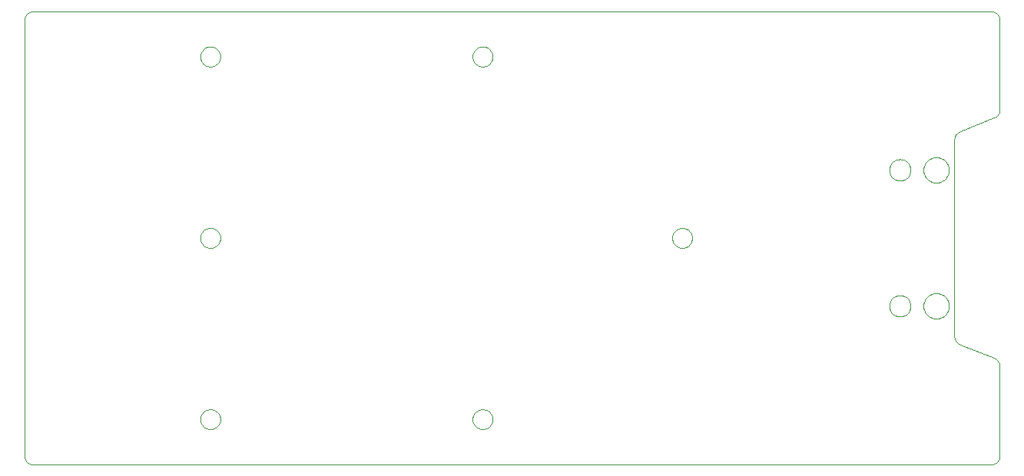
<source format=gko>
G75*
G70*
%OFA0B0*%
%FSLAX24Y24*%
%IPPOS*%
%LPD*%
%AMOC8*
5,1,8,0,0,1.08239X$1,22.5*
%
%ADD10C,0.0000*%
D10*
X003488Y003336D02*
X045023Y003336D01*
X045062Y003338D01*
X045100Y003344D01*
X045137Y003353D01*
X045174Y003366D01*
X045209Y003383D01*
X045242Y003402D01*
X045273Y003425D01*
X045302Y003451D01*
X045328Y003480D01*
X045351Y003511D01*
X045370Y003544D01*
X045387Y003579D01*
X045400Y003616D01*
X045409Y003653D01*
X045415Y003691D01*
X045417Y003730D01*
X045417Y007597D01*
X045415Y007636D01*
X045409Y007675D01*
X045400Y007713D01*
X045386Y007749D01*
X045370Y007785D01*
X045349Y007818D01*
X045326Y007849D01*
X045299Y007878D01*
X045270Y007904D01*
X045239Y007927D01*
X045205Y007947D01*
X045169Y007963D01*
X045170Y007963D02*
X043696Y008552D01*
X043660Y008568D01*
X043626Y008588D01*
X043595Y008611D01*
X043566Y008637D01*
X043539Y008666D01*
X043516Y008697D01*
X043495Y008730D01*
X043479Y008766D01*
X043465Y008802D01*
X043456Y008840D01*
X043450Y008879D01*
X043448Y008918D01*
X043449Y008918D02*
X043449Y017440D01*
X043448Y017440D02*
X043450Y017479D01*
X043456Y017518D01*
X043465Y017556D01*
X043479Y017592D01*
X043495Y017628D01*
X043516Y017661D01*
X043539Y017692D01*
X043566Y017721D01*
X043595Y017747D01*
X043626Y017770D01*
X043660Y017790D01*
X043696Y017806D01*
X043696Y017805D02*
X045170Y018395D01*
X045169Y018394D02*
X045205Y018410D01*
X045239Y018430D01*
X045270Y018453D01*
X045299Y018479D01*
X045326Y018508D01*
X045349Y018539D01*
X045370Y018572D01*
X045386Y018608D01*
X045400Y018644D01*
X045409Y018682D01*
X045415Y018721D01*
X045417Y018760D01*
X045417Y022627D01*
X045415Y022666D01*
X045409Y022704D01*
X045400Y022741D01*
X045387Y022778D01*
X045370Y022813D01*
X045351Y022846D01*
X045328Y022877D01*
X045302Y022906D01*
X045273Y022932D01*
X045242Y022955D01*
X045209Y022974D01*
X045174Y022991D01*
X045137Y023004D01*
X045100Y023013D01*
X045062Y023019D01*
X045023Y023021D01*
X003488Y023021D01*
X003449Y023019D01*
X003411Y023013D01*
X003374Y023004D01*
X003337Y022991D01*
X003302Y022974D01*
X003269Y022955D01*
X003238Y022932D01*
X003209Y022906D01*
X003183Y022877D01*
X003160Y022846D01*
X003141Y022813D01*
X003124Y022778D01*
X003111Y022741D01*
X003102Y022704D01*
X003096Y022666D01*
X003094Y022627D01*
X003094Y003730D01*
X003096Y003691D01*
X003102Y003653D01*
X003111Y003616D01*
X003124Y003579D01*
X003141Y003544D01*
X003160Y003511D01*
X003183Y003480D01*
X003209Y003451D01*
X003238Y003425D01*
X003269Y003402D01*
X003302Y003383D01*
X003337Y003366D01*
X003374Y003353D01*
X003411Y003344D01*
X003449Y003338D01*
X003488Y003336D01*
X010732Y005305D02*
X010734Y005346D01*
X010740Y005387D01*
X010750Y005427D01*
X010763Y005466D01*
X010780Y005503D01*
X010801Y005539D01*
X010825Y005573D01*
X010852Y005604D01*
X010881Y005632D01*
X010914Y005658D01*
X010948Y005680D01*
X010985Y005699D01*
X011023Y005714D01*
X011063Y005726D01*
X011103Y005734D01*
X011144Y005738D01*
X011186Y005738D01*
X011227Y005734D01*
X011267Y005726D01*
X011307Y005714D01*
X011345Y005699D01*
X011381Y005680D01*
X011416Y005658D01*
X011449Y005632D01*
X011478Y005604D01*
X011505Y005573D01*
X011529Y005539D01*
X011550Y005503D01*
X011567Y005466D01*
X011580Y005427D01*
X011590Y005387D01*
X011596Y005346D01*
X011598Y005305D01*
X011596Y005264D01*
X011590Y005223D01*
X011580Y005183D01*
X011567Y005144D01*
X011550Y005107D01*
X011529Y005071D01*
X011505Y005037D01*
X011478Y005006D01*
X011449Y004978D01*
X011416Y004952D01*
X011382Y004930D01*
X011345Y004911D01*
X011307Y004896D01*
X011267Y004884D01*
X011227Y004876D01*
X011186Y004872D01*
X011144Y004872D01*
X011103Y004876D01*
X011063Y004884D01*
X011023Y004896D01*
X010985Y004911D01*
X010949Y004930D01*
X010914Y004952D01*
X010881Y004978D01*
X010852Y005006D01*
X010825Y005037D01*
X010801Y005071D01*
X010780Y005107D01*
X010763Y005144D01*
X010750Y005183D01*
X010740Y005223D01*
X010734Y005264D01*
X010732Y005305D01*
X022543Y005305D02*
X022545Y005346D01*
X022551Y005387D01*
X022561Y005427D01*
X022574Y005466D01*
X022591Y005503D01*
X022612Y005539D01*
X022636Y005573D01*
X022663Y005604D01*
X022692Y005632D01*
X022725Y005658D01*
X022759Y005680D01*
X022796Y005699D01*
X022834Y005714D01*
X022874Y005726D01*
X022914Y005734D01*
X022955Y005738D01*
X022997Y005738D01*
X023038Y005734D01*
X023078Y005726D01*
X023118Y005714D01*
X023156Y005699D01*
X023192Y005680D01*
X023227Y005658D01*
X023260Y005632D01*
X023289Y005604D01*
X023316Y005573D01*
X023340Y005539D01*
X023361Y005503D01*
X023378Y005466D01*
X023391Y005427D01*
X023401Y005387D01*
X023407Y005346D01*
X023409Y005305D01*
X023407Y005264D01*
X023401Y005223D01*
X023391Y005183D01*
X023378Y005144D01*
X023361Y005107D01*
X023340Y005071D01*
X023316Y005037D01*
X023289Y005006D01*
X023260Y004978D01*
X023227Y004952D01*
X023193Y004930D01*
X023156Y004911D01*
X023118Y004896D01*
X023078Y004884D01*
X023038Y004876D01*
X022997Y004872D01*
X022955Y004872D01*
X022914Y004876D01*
X022874Y004884D01*
X022834Y004896D01*
X022796Y004911D01*
X022760Y004930D01*
X022725Y004952D01*
X022692Y004978D01*
X022663Y005006D01*
X022636Y005037D01*
X022612Y005071D01*
X022591Y005107D01*
X022574Y005144D01*
X022561Y005183D01*
X022551Y005223D01*
X022545Y005264D01*
X022543Y005305D01*
X031204Y013179D02*
X031206Y013220D01*
X031212Y013261D01*
X031222Y013301D01*
X031235Y013340D01*
X031252Y013377D01*
X031273Y013413D01*
X031297Y013447D01*
X031324Y013478D01*
X031353Y013506D01*
X031386Y013532D01*
X031420Y013554D01*
X031457Y013573D01*
X031495Y013588D01*
X031535Y013600D01*
X031575Y013608D01*
X031616Y013612D01*
X031658Y013612D01*
X031699Y013608D01*
X031739Y013600D01*
X031779Y013588D01*
X031817Y013573D01*
X031853Y013554D01*
X031888Y013532D01*
X031921Y013506D01*
X031950Y013478D01*
X031977Y013447D01*
X032001Y013413D01*
X032022Y013377D01*
X032039Y013340D01*
X032052Y013301D01*
X032062Y013261D01*
X032068Y013220D01*
X032070Y013179D01*
X032068Y013138D01*
X032062Y013097D01*
X032052Y013057D01*
X032039Y013018D01*
X032022Y012981D01*
X032001Y012945D01*
X031977Y012911D01*
X031950Y012880D01*
X031921Y012852D01*
X031888Y012826D01*
X031854Y012804D01*
X031817Y012785D01*
X031779Y012770D01*
X031739Y012758D01*
X031699Y012750D01*
X031658Y012746D01*
X031616Y012746D01*
X031575Y012750D01*
X031535Y012758D01*
X031495Y012770D01*
X031457Y012785D01*
X031421Y012804D01*
X031386Y012826D01*
X031353Y012852D01*
X031324Y012880D01*
X031297Y012911D01*
X031273Y012945D01*
X031252Y012981D01*
X031235Y013018D01*
X031222Y013057D01*
X031212Y013097D01*
X031206Y013138D01*
X031204Y013179D01*
X040623Y016131D02*
X040625Y016174D01*
X040631Y016216D01*
X040641Y016258D01*
X040654Y016298D01*
X040672Y016337D01*
X040692Y016375D01*
X040717Y016410D01*
X040744Y016443D01*
X040774Y016473D01*
X040807Y016500D01*
X040842Y016525D01*
X040880Y016545D01*
X040919Y016563D01*
X040959Y016576D01*
X041001Y016586D01*
X041043Y016592D01*
X041086Y016594D01*
X041129Y016592D01*
X041171Y016586D01*
X041213Y016576D01*
X041253Y016563D01*
X041292Y016545D01*
X041330Y016525D01*
X041365Y016500D01*
X041398Y016473D01*
X041428Y016443D01*
X041455Y016410D01*
X041480Y016375D01*
X041500Y016337D01*
X041518Y016298D01*
X041531Y016258D01*
X041541Y016216D01*
X041547Y016174D01*
X041549Y016131D01*
X041547Y016088D01*
X041541Y016046D01*
X041531Y016004D01*
X041518Y015964D01*
X041500Y015925D01*
X041480Y015887D01*
X041455Y015852D01*
X041428Y015819D01*
X041398Y015789D01*
X041365Y015762D01*
X041330Y015737D01*
X041292Y015717D01*
X041253Y015699D01*
X041213Y015686D01*
X041171Y015676D01*
X041129Y015670D01*
X041086Y015668D01*
X041043Y015670D01*
X041001Y015676D01*
X040959Y015686D01*
X040919Y015699D01*
X040880Y015717D01*
X040842Y015737D01*
X040807Y015762D01*
X040774Y015789D01*
X040744Y015819D01*
X040717Y015852D01*
X040692Y015887D01*
X040672Y015925D01*
X040654Y015964D01*
X040641Y016004D01*
X040631Y016046D01*
X040625Y016088D01*
X040623Y016131D01*
X042110Y016131D02*
X042112Y016178D01*
X042118Y016224D01*
X042128Y016270D01*
X042141Y016315D01*
X042159Y016358D01*
X042180Y016400D01*
X042204Y016440D01*
X042232Y016477D01*
X042263Y016512D01*
X042297Y016545D01*
X042333Y016574D01*
X042372Y016600D01*
X042413Y016623D01*
X042456Y016642D01*
X042500Y016658D01*
X042545Y016670D01*
X042591Y016678D01*
X042638Y016682D01*
X042684Y016682D01*
X042731Y016678D01*
X042777Y016670D01*
X042822Y016658D01*
X042866Y016642D01*
X042909Y016623D01*
X042950Y016600D01*
X042989Y016574D01*
X043025Y016545D01*
X043059Y016512D01*
X043090Y016477D01*
X043118Y016440D01*
X043142Y016400D01*
X043163Y016358D01*
X043181Y016315D01*
X043194Y016270D01*
X043204Y016224D01*
X043210Y016178D01*
X043212Y016131D01*
X043210Y016084D01*
X043204Y016038D01*
X043194Y015992D01*
X043181Y015947D01*
X043163Y015904D01*
X043142Y015862D01*
X043118Y015822D01*
X043090Y015785D01*
X043059Y015750D01*
X043025Y015717D01*
X042989Y015688D01*
X042950Y015662D01*
X042909Y015639D01*
X042866Y015620D01*
X042822Y015604D01*
X042777Y015592D01*
X042731Y015584D01*
X042684Y015580D01*
X042638Y015580D01*
X042591Y015584D01*
X042545Y015592D01*
X042500Y015604D01*
X042456Y015620D01*
X042413Y015639D01*
X042372Y015662D01*
X042333Y015688D01*
X042297Y015717D01*
X042263Y015750D01*
X042232Y015785D01*
X042204Y015822D01*
X042180Y015862D01*
X042159Y015904D01*
X042141Y015947D01*
X042128Y015992D01*
X042118Y016038D01*
X042112Y016084D01*
X042110Y016131D01*
X042110Y010226D02*
X042112Y010273D01*
X042118Y010319D01*
X042128Y010365D01*
X042141Y010410D01*
X042159Y010453D01*
X042180Y010495D01*
X042204Y010535D01*
X042232Y010572D01*
X042263Y010607D01*
X042297Y010640D01*
X042333Y010669D01*
X042372Y010695D01*
X042413Y010718D01*
X042456Y010737D01*
X042500Y010753D01*
X042545Y010765D01*
X042591Y010773D01*
X042638Y010777D01*
X042684Y010777D01*
X042731Y010773D01*
X042777Y010765D01*
X042822Y010753D01*
X042866Y010737D01*
X042909Y010718D01*
X042950Y010695D01*
X042989Y010669D01*
X043025Y010640D01*
X043059Y010607D01*
X043090Y010572D01*
X043118Y010535D01*
X043142Y010495D01*
X043163Y010453D01*
X043181Y010410D01*
X043194Y010365D01*
X043204Y010319D01*
X043210Y010273D01*
X043212Y010226D01*
X043210Y010179D01*
X043204Y010133D01*
X043194Y010087D01*
X043181Y010042D01*
X043163Y009999D01*
X043142Y009957D01*
X043118Y009917D01*
X043090Y009880D01*
X043059Y009845D01*
X043025Y009812D01*
X042989Y009783D01*
X042950Y009757D01*
X042909Y009734D01*
X042866Y009715D01*
X042822Y009699D01*
X042777Y009687D01*
X042731Y009679D01*
X042684Y009675D01*
X042638Y009675D01*
X042591Y009679D01*
X042545Y009687D01*
X042500Y009699D01*
X042456Y009715D01*
X042413Y009734D01*
X042372Y009757D01*
X042333Y009783D01*
X042297Y009812D01*
X042263Y009845D01*
X042232Y009880D01*
X042204Y009917D01*
X042180Y009957D01*
X042159Y009999D01*
X042141Y010042D01*
X042128Y010087D01*
X042118Y010133D01*
X042112Y010179D01*
X042110Y010226D01*
X040623Y010226D02*
X040625Y010269D01*
X040631Y010311D01*
X040641Y010353D01*
X040654Y010393D01*
X040672Y010432D01*
X040692Y010470D01*
X040717Y010505D01*
X040744Y010538D01*
X040774Y010568D01*
X040807Y010595D01*
X040842Y010620D01*
X040880Y010640D01*
X040919Y010658D01*
X040959Y010671D01*
X041001Y010681D01*
X041043Y010687D01*
X041086Y010689D01*
X041129Y010687D01*
X041171Y010681D01*
X041213Y010671D01*
X041253Y010658D01*
X041292Y010640D01*
X041330Y010620D01*
X041365Y010595D01*
X041398Y010568D01*
X041428Y010538D01*
X041455Y010505D01*
X041480Y010470D01*
X041500Y010432D01*
X041518Y010393D01*
X041531Y010353D01*
X041541Y010311D01*
X041547Y010269D01*
X041549Y010226D01*
X041547Y010183D01*
X041541Y010141D01*
X041531Y010099D01*
X041518Y010059D01*
X041500Y010020D01*
X041480Y009982D01*
X041455Y009947D01*
X041428Y009914D01*
X041398Y009884D01*
X041365Y009857D01*
X041330Y009832D01*
X041292Y009812D01*
X041253Y009794D01*
X041213Y009781D01*
X041171Y009771D01*
X041129Y009765D01*
X041086Y009763D01*
X041043Y009765D01*
X041001Y009771D01*
X040959Y009781D01*
X040919Y009794D01*
X040880Y009812D01*
X040842Y009832D01*
X040807Y009857D01*
X040774Y009884D01*
X040744Y009914D01*
X040717Y009947D01*
X040692Y009982D01*
X040672Y010020D01*
X040654Y010059D01*
X040641Y010099D01*
X040631Y010141D01*
X040625Y010183D01*
X040623Y010226D01*
X022543Y021053D02*
X022545Y021094D01*
X022551Y021135D01*
X022561Y021175D01*
X022574Y021214D01*
X022591Y021251D01*
X022612Y021287D01*
X022636Y021321D01*
X022663Y021352D01*
X022692Y021380D01*
X022725Y021406D01*
X022759Y021428D01*
X022796Y021447D01*
X022834Y021462D01*
X022874Y021474D01*
X022914Y021482D01*
X022955Y021486D01*
X022997Y021486D01*
X023038Y021482D01*
X023078Y021474D01*
X023118Y021462D01*
X023156Y021447D01*
X023192Y021428D01*
X023227Y021406D01*
X023260Y021380D01*
X023289Y021352D01*
X023316Y021321D01*
X023340Y021287D01*
X023361Y021251D01*
X023378Y021214D01*
X023391Y021175D01*
X023401Y021135D01*
X023407Y021094D01*
X023409Y021053D01*
X023407Y021012D01*
X023401Y020971D01*
X023391Y020931D01*
X023378Y020892D01*
X023361Y020855D01*
X023340Y020819D01*
X023316Y020785D01*
X023289Y020754D01*
X023260Y020726D01*
X023227Y020700D01*
X023193Y020678D01*
X023156Y020659D01*
X023118Y020644D01*
X023078Y020632D01*
X023038Y020624D01*
X022997Y020620D01*
X022955Y020620D01*
X022914Y020624D01*
X022874Y020632D01*
X022834Y020644D01*
X022796Y020659D01*
X022760Y020678D01*
X022725Y020700D01*
X022692Y020726D01*
X022663Y020754D01*
X022636Y020785D01*
X022612Y020819D01*
X022591Y020855D01*
X022574Y020892D01*
X022561Y020931D01*
X022551Y020971D01*
X022545Y021012D01*
X022543Y021053D01*
X010732Y021053D02*
X010734Y021094D01*
X010740Y021135D01*
X010750Y021175D01*
X010763Y021214D01*
X010780Y021251D01*
X010801Y021287D01*
X010825Y021321D01*
X010852Y021352D01*
X010881Y021380D01*
X010914Y021406D01*
X010948Y021428D01*
X010985Y021447D01*
X011023Y021462D01*
X011063Y021474D01*
X011103Y021482D01*
X011144Y021486D01*
X011186Y021486D01*
X011227Y021482D01*
X011267Y021474D01*
X011307Y021462D01*
X011345Y021447D01*
X011381Y021428D01*
X011416Y021406D01*
X011449Y021380D01*
X011478Y021352D01*
X011505Y021321D01*
X011529Y021287D01*
X011550Y021251D01*
X011567Y021214D01*
X011580Y021175D01*
X011590Y021135D01*
X011596Y021094D01*
X011598Y021053D01*
X011596Y021012D01*
X011590Y020971D01*
X011580Y020931D01*
X011567Y020892D01*
X011550Y020855D01*
X011529Y020819D01*
X011505Y020785D01*
X011478Y020754D01*
X011449Y020726D01*
X011416Y020700D01*
X011382Y020678D01*
X011345Y020659D01*
X011307Y020644D01*
X011267Y020632D01*
X011227Y020624D01*
X011186Y020620D01*
X011144Y020620D01*
X011103Y020624D01*
X011063Y020632D01*
X011023Y020644D01*
X010985Y020659D01*
X010949Y020678D01*
X010914Y020700D01*
X010881Y020726D01*
X010852Y020754D01*
X010825Y020785D01*
X010801Y020819D01*
X010780Y020855D01*
X010763Y020892D01*
X010750Y020931D01*
X010740Y020971D01*
X010734Y021012D01*
X010732Y021053D01*
X010732Y013179D02*
X010734Y013220D01*
X010740Y013261D01*
X010750Y013301D01*
X010763Y013340D01*
X010780Y013377D01*
X010801Y013413D01*
X010825Y013447D01*
X010852Y013478D01*
X010881Y013506D01*
X010914Y013532D01*
X010948Y013554D01*
X010985Y013573D01*
X011023Y013588D01*
X011063Y013600D01*
X011103Y013608D01*
X011144Y013612D01*
X011186Y013612D01*
X011227Y013608D01*
X011267Y013600D01*
X011307Y013588D01*
X011345Y013573D01*
X011381Y013554D01*
X011416Y013532D01*
X011449Y013506D01*
X011478Y013478D01*
X011505Y013447D01*
X011529Y013413D01*
X011550Y013377D01*
X011567Y013340D01*
X011580Y013301D01*
X011590Y013261D01*
X011596Y013220D01*
X011598Y013179D01*
X011596Y013138D01*
X011590Y013097D01*
X011580Y013057D01*
X011567Y013018D01*
X011550Y012981D01*
X011529Y012945D01*
X011505Y012911D01*
X011478Y012880D01*
X011449Y012852D01*
X011416Y012826D01*
X011382Y012804D01*
X011345Y012785D01*
X011307Y012770D01*
X011267Y012758D01*
X011227Y012750D01*
X011186Y012746D01*
X011144Y012746D01*
X011103Y012750D01*
X011063Y012758D01*
X011023Y012770D01*
X010985Y012785D01*
X010949Y012804D01*
X010914Y012826D01*
X010881Y012852D01*
X010852Y012880D01*
X010825Y012911D01*
X010801Y012945D01*
X010780Y012981D01*
X010763Y013018D01*
X010750Y013057D01*
X010740Y013097D01*
X010734Y013138D01*
X010732Y013179D01*
M02*

</source>
